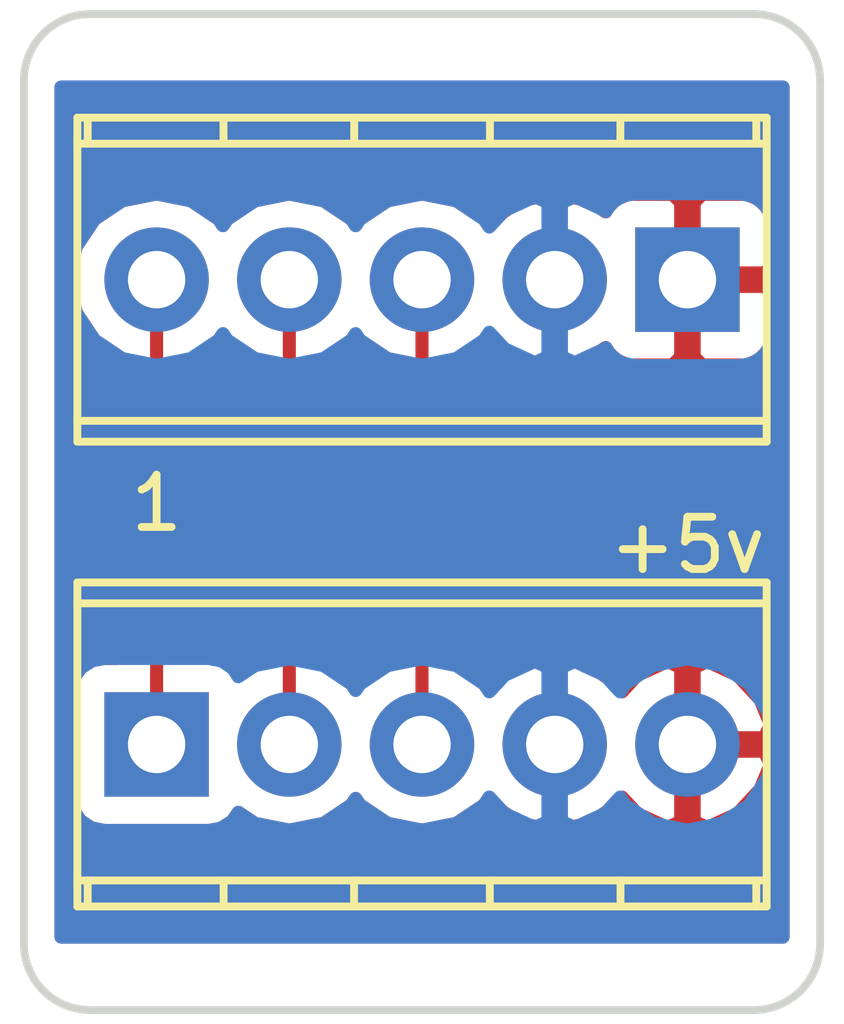
<source format=kicad_pcb>
(kicad_pcb (version 4) (host pcbnew 4.0.6)

  (general
    (links 5)
    (no_connects 0)
    (area 145.974999 91.364999 161.365001 110.565001)
    (thickness 1.6)
    (drawings 10)
    (tracks 5)
    (zones 0)
    (modules 2)
    (nets 6)
  )

  (page A4)
  (layers
    (0 F.Cu signal)
    (31 B.Cu signal)
    (32 B.Adhes user)
    (33 F.Adhes user)
    (34 B.Paste user)
    (35 F.Paste user)
    (36 B.SilkS user)
    (37 F.SilkS user)
    (38 B.Mask user)
    (39 F.Mask user)
    (40 Dwgs.User user)
    (41 Cmts.User user)
    (42 Eco1.User user)
    (43 Eco2.User user)
    (44 Edge.Cuts user)
    (45 Margin user)
    (46 B.CrtYd user)
    (47 F.CrtYd user)
    (48 B.Fab user)
    (49 F.Fab user)
  )

  (setup
    (last_trace_width 0.25)
    (trace_clearance 0.2)
    (zone_clearance 0.508)
    (zone_45_only no)
    (trace_min 0.2)
    (segment_width 0.2)
    (edge_width 0.15)
    (via_size 0.6)
    (via_drill 0.4)
    (via_min_size 0.4)
    (via_min_drill 0.3)
    (uvia_size 0.3)
    (uvia_drill 0.1)
    (uvias_allowed no)
    (uvia_min_size 0.2)
    (uvia_min_drill 0.1)
    (pcb_text_width 0.3)
    (pcb_text_size 1.5 1.5)
    (mod_edge_width 0.15)
    (mod_text_size 1 1)
    (mod_text_width 0.15)
    (pad_size 1.524 1.524)
    (pad_drill 0.762)
    (pad_to_mask_clearance 0.2)
    (aux_axis_origin 0 0)
    (visible_elements FFFFFF7F)
    (pcbplotparams
      (layerselection 0x00030_80000001)
      (usegerberextensions false)
      (excludeedgelayer true)
      (linewidth 0.100000)
      (plotframeref false)
      (viasonmask false)
      (mode 1)
      (useauxorigin false)
      (hpglpennumber 1)
      (hpglpenspeed 20)
      (hpglpendiameter 15)
      (hpglpenoverlay 2)
      (psnegative false)
      (psa4output false)
      (plotreference true)
      (plotvalue true)
      (plotinvisibletext false)
      (padsonsilk false)
      (subtractmaskfromsilk false)
      (outputformat 1)
      (mirror false)
      (drillshape 1)
      (scaleselection 1)
      (outputdirectory ""))
  )

  (net 0 "")
  (net 1 "Net-(J1-Pad4)")
  (net 2 "Net-(J1-Pad1)")
  (net 3 "Net-(J1-Pad2)")
  (net 4 "Net-(J1-Pad3)")
  (net 5 "Net-(J1-Pad5)")

  (net_class Default "This is the default net class."
    (clearance 0.2)
    (trace_width 0.25)
    (via_dia 0.6)
    (via_drill 0.4)
    (uvia_dia 0.3)
    (uvia_drill 0.1)
    (add_net "Net-(J1-Pad1)")
    (add_net "Net-(J1-Pad2)")
    (add_net "Net-(J1-Pad3)")
    (add_net "Net-(J1-Pad4)")
    (add_net "Net-(J1-Pad5)")
  )

  (module Connectors_Terminal_Blocks:TerminalBlock_Pheonix_MPT-2.54mm_5pol (layer F.Cu) (tedit 596D4A81) (tstamp 596D499D)
    (at 158.75 96.52 180)
    (descr "5-way 2.54mm pitch terminal block, Phoenix MPT series")
    (path /596D4768)
    (fp_text reference J1 (at 5.08 -4.50088 180) (layer F.SilkS) hide
      (effects (font (size 1 1) (thickness 0.15)))
    )
    (fp_text value Screw_Terminal_1x05 (at 5.08 4.50088 180) (layer F.Fab)
      (effects (font (size 1 1) (thickness 0.15)))
    )
    (fp_line (start -1.778 -3.302) (end 11.938 -3.302) (layer F.CrtYd) (width 0.05))
    (fp_line (start -1.778 3.302) (end -1.778 -3.302) (layer F.CrtYd) (width 0.05))
    (fp_line (start 11.938 3.302) (end -1.778 3.302) (layer F.CrtYd) (width 0.05))
    (fp_line (start 11.938 -3.302) (end 11.938 3.302) (layer F.CrtYd) (width 0.05))
    (fp_line (start 8.87984 2.60096) (end 8.87984 3.0988) (layer F.SilkS) (width 0.15))
    (fp_line (start 11.67892 3.0988) (end -1.51892 3.0988) (layer F.SilkS) (width 0.15))
    (fp_line (start -1.51892 2.60096) (end 11.67892 2.60096) (layer F.SilkS) (width 0.15))
    (fp_line (start -1.51892 -2.70002) (end 11.67892 -2.70002) (layer F.SilkS) (width 0.15))
    (fp_line (start 11.67892 -3.0988) (end -1.51892 -3.0988) (layer F.SilkS) (width 0.15))
    (fp_line (start 6.37794 2.60096) (end 6.37794 3.0988) (layer F.SilkS) (width 0.15))
    (fp_line (start 3.77952 2.60096) (end 3.77952 3.0988) (layer F.SilkS) (width 0.15))
    (fp_line (start -1.31826 3.0988) (end -1.31826 2.60096) (layer F.SilkS) (width 0.15))
    (fp_line (start 11.47826 2.60096) (end 11.47826 3.0988) (layer F.SilkS) (width 0.15))
    (fp_line (start 1.2827 3.0988) (end 1.2827 2.60096) (layer F.SilkS) (width 0.15))
    (fp_line (start 11.67638 3.0988) (end 11.67638 -3.0988) (layer F.SilkS) (width 0.15))
    (fp_line (start -1.51638 -3.0988) (end -1.51638 3.0988) (layer F.SilkS) (width 0.15))
    (pad 4 thru_hole oval (at 7.62 0) (size 1.99898 1.99898) (drill 1.09728) (layers *.Cu *.Mask)
      (net 1 "Net-(J1-Pad4)"))
    (pad 1 thru_hole rect (at 0 0) (size 1.99898 1.99898) (drill 1.09728) (layers *.Cu *.Mask)
      (net 2 "Net-(J1-Pad1)"))
    (pad 2 thru_hole oval (at 2.54 0) (size 1.99898 1.99898) (drill 1.09728) (layers *.Cu *.Mask)
      (net 3 "Net-(J1-Pad2)"))
    (pad 3 thru_hole oval (at 5.08 0) (size 1.99898 1.99898) (drill 1.09728) (layers *.Cu *.Mask)
      (net 4 "Net-(J1-Pad3)"))
    (pad 5 thru_hole oval (at 10.16 0) (size 1.99898 1.99898) (drill 1.09728) (layers *.Cu *.Mask)
      (net 5 "Net-(J1-Pad5)"))
    (model Terminal_Blocks.3dshapes/TerminalBlock_Pheonix_MPT-2.54mm_5pol.wrl
      (at (xyz 0.2 0 0))
      (scale (xyz 1 1 1))
      (rotate (xyz 0 0 0))
    )
  )

  (module Connectors_Terminal_Blocks:TerminalBlock_Pheonix_MPT-2.54mm_5pol (layer F.Cu) (tedit 596D4A87) (tstamp 596D49A6)
    (at 148.59 105.41)
    (descr "5-way 2.54mm pitch terminal block, Phoenix MPT series")
    (path /596D47C7)
    (fp_text reference J2 (at 5.08 -4.50088) (layer F.SilkS) hide
      (effects (font (size 1 1) (thickness 0.15)))
    )
    (fp_text value Screw_Terminal_1x05 (at 5.08 4.50088) (layer F.Fab)
      (effects (font (size 1 1) (thickness 0.15)))
    )
    (fp_line (start -1.778 -3.302) (end 11.938 -3.302) (layer F.CrtYd) (width 0.05))
    (fp_line (start -1.778 3.302) (end -1.778 -3.302) (layer F.CrtYd) (width 0.05))
    (fp_line (start 11.938 3.302) (end -1.778 3.302) (layer F.CrtYd) (width 0.05))
    (fp_line (start 11.938 -3.302) (end 11.938 3.302) (layer F.CrtYd) (width 0.05))
    (fp_line (start 8.87984 2.60096) (end 8.87984 3.0988) (layer F.SilkS) (width 0.15))
    (fp_line (start 11.67892 3.0988) (end -1.51892 3.0988) (layer F.SilkS) (width 0.15))
    (fp_line (start -1.51892 2.60096) (end 11.67892 2.60096) (layer F.SilkS) (width 0.15))
    (fp_line (start -1.51892 -2.70002) (end 11.67892 -2.70002) (layer F.SilkS) (width 0.15))
    (fp_line (start 11.67892 -3.0988) (end -1.51892 -3.0988) (layer F.SilkS) (width 0.15))
    (fp_line (start 6.37794 2.60096) (end 6.37794 3.0988) (layer F.SilkS) (width 0.15))
    (fp_line (start 3.77952 2.60096) (end 3.77952 3.0988) (layer F.SilkS) (width 0.15))
    (fp_line (start -1.31826 3.0988) (end -1.31826 2.60096) (layer F.SilkS) (width 0.15))
    (fp_line (start 11.47826 2.60096) (end 11.47826 3.0988) (layer F.SilkS) (width 0.15))
    (fp_line (start 1.2827 3.0988) (end 1.2827 2.60096) (layer F.SilkS) (width 0.15))
    (fp_line (start 11.67638 3.0988) (end 11.67638 -3.0988) (layer F.SilkS) (width 0.15))
    (fp_line (start -1.51638 -3.0988) (end -1.51638 3.0988) (layer F.SilkS) (width 0.15))
    (pad 4 thru_hole oval (at 7.62 0 180) (size 1.99898 1.99898) (drill 1.09728) (layers *.Cu *.Mask)
      (net 3 "Net-(J1-Pad2)"))
    (pad 1 thru_hole rect (at 0 0 180) (size 1.99898 1.99898) (drill 1.09728) (layers *.Cu *.Mask)
      (net 5 "Net-(J1-Pad5)"))
    (pad 2 thru_hole oval (at 2.54 0 180) (size 1.99898 1.99898) (drill 1.09728) (layers *.Cu *.Mask)
      (net 1 "Net-(J1-Pad4)"))
    (pad 3 thru_hole oval (at 5.08 0 180) (size 1.99898 1.99898) (drill 1.09728) (layers *.Cu *.Mask)
      (net 4 "Net-(J1-Pad3)"))
    (pad 5 thru_hole oval (at 10.16 0 180) (size 1.99898 1.99898) (drill 1.09728) (layers *.Cu *.Mask)
      (net 2 "Net-(J1-Pad1)"))
    (model Terminal_Blocks.3dshapes/TerminalBlock_Pheonix_MPT-2.54mm_5pol.wrl
      (at (xyz 0.2 0 0))
      (scale (xyz 1 1 1))
      (rotate (xyz 0 0 0))
    )
  )

  (gr_text +5v (at 158.75 101.6) (layer F.SilkS)
    (effects (font (size 1 1) (thickness 0.15)))
  )
  (gr_text "1\n\n" (at 148.59 101.6) (layer F.SilkS)
    (effects (font (size 1 1) (thickness 0.15)))
  )
  (gr_line (start 147.32 110.49) (end 160.02 110.49) (angle 90) (layer Edge.Cuts) (width 0.15))
  (gr_line (start 146.05 92.71) (end 146.05 109.22) (angle 90) (layer Edge.Cuts) (width 0.15))
  (gr_line (start 160.02 91.44) (end 147.32 91.44) (angle 90) (layer Edge.Cuts) (width 0.15))
  (gr_line (start 161.29 109.22) (end 161.29 92.71) (angle 90) (layer Edge.Cuts) (width 0.15))
  (gr_arc (start 147.32 109.22) (end 147.32 110.49) (angle 90) (layer Edge.Cuts) (width 0.15))
  (gr_arc (start 147.32 92.71) (end 146.05 92.71) (angle 90) (layer Edge.Cuts) (width 0.15))
  (gr_arc (start 160.02 92.71) (end 160.02 91.44) (angle 90) (layer Edge.Cuts) (width 0.15))
  (gr_arc (start 160.02 109.22) (end 161.29 109.22) (angle 90) (layer Edge.Cuts) (width 0.15))

  (segment (start 151.13 105.41) (end 151.13 96.52) (width 0.25) (layer F.Cu) (net 1) (status C00000))
  (segment (start 158.75 105.41) (end 158.75 96.52) (width 0.25) (layer F.Cu) (net 2) (status C00000))
  (segment (start 156.21 105.41) (end 156.21 96.52) (width 0.25) (layer F.Cu) (net 3) (status C00000))
  (segment (start 153.67 105.41) (end 153.67 96.52) (width 0.25) (layer F.Cu) (net 4) (status C00000))
  (segment (start 148.59 105.41) (end 148.59 96.52) (width 0.25) (layer F.Cu) (net 5) (status C00000))

  (zone (net 2) (net_name "Net-(J1-Pad1)") (layer F.Cu) (tstamp 596D4A1F) (hatch edge 0.508)
    (connect_pads (clearance 0.508))
    (min_thickness 0.254)
    (fill yes (arc_segments 16) (thermal_gap 0.508) (thermal_bridge_width 0.508))
    (polygon
      (pts
        (xy 146.05 92.71) (xy 161.29 92.71) (xy 161.29 109.22) (xy 146.05 109.22)
      )
    )
    (filled_polygon
      (pts
        (xy 160.58 109.093) (xy 146.76 109.093) (xy 146.76 96.52) (xy 146.923488 96.52) (xy 147.047906 97.145492)
        (xy 147.402219 97.675759) (xy 147.83 97.961593) (xy 147.83 103.76307) (xy 147.59051 103.76307) (xy 147.355193 103.807348)
        (xy 147.139069 103.94642) (xy 146.994079 104.15862) (xy 146.94307 104.41051) (xy 146.94307 106.40949) (xy 146.987348 106.644807)
        (xy 147.12642 106.860931) (xy 147.33862 107.005921) (xy 147.59051 107.05693) (xy 149.58949 107.05693) (xy 149.824807 107.012652)
        (xy 150.040931 106.87358) (xy 150.15439 106.707527) (xy 150.472486 106.920072) (xy 151.097978 107.04449) (xy 151.162022 107.04449)
        (xy 151.787514 106.920072) (xy 152.317781 106.565759) (xy 152.4 106.44271) (xy 152.482219 106.565759) (xy 153.012486 106.920072)
        (xy 153.637978 107.04449) (xy 153.702022 107.04449) (xy 154.327514 106.920072) (xy 154.857781 106.565759) (xy 154.94 106.44271)
        (xy 155.022219 106.565759) (xy 155.552486 106.920072) (xy 156.177978 107.04449) (xy 156.242022 107.04449) (xy 156.867514 106.920072)
        (xy 157.397781 106.565759) (xy 157.497379 106.4167) (xy 157.790274 106.733068) (xy 158.369645 106.999627) (xy 158.623 106.880807)
        (xy 158.623 105.537) (xy 158.877 105.537) (xy 158.877 106.880807) (xy 159.130355 106.999627) (xy 159.709726 106.733068)
        (xy 160.142987 106.265084) (xy 160.339619 105.790354) (xy 160.220265 105.537) (xy 158.877 105.537) (xy 158.623 105.537)
        (xy 158.603 105.537) (xy 158.603 105.283) (xy 158.623 105.283) (xy 158.623 103.939193) (xy 158.877 103.939193)
        (xy 158.877 105.283) (xy 160.220265 105.283) (xy 160.339619 105.029646) (xy 160.142987 104.554916) (xy 159.709726 104.086932)
        (xy 159.130355 103.820373) (xy 158.877 103.939193) (xy 158.623 103.939193) (xy 158.369645 103.820373) (xy 157.790274 104.086932)
        (xy 157.497379 104.4033) (xy 157.397781 104.254241) (xy 156.97 103.968407) (xy 156.97 97.961593) (xy 157.186418 97.816987)
        (xy 157.212183 97.879189) (xy 157.390812 98.057817) (xy 157.624201 98.15449) (xy 158.46425 98.15449) (xy 158.623 97.99574)
        (xy 158.623 96.647) (xy 158.877 96.647) (xy 158.877 97.99574) (xy 159.03575 98.15449) (xy 159.875799 98.15449)
        (xy 160.109188 98.057817) (xy 160.287817 97.879189) (xy 160.38449 97.6458) (xy 160.38449 96.80575) (xy 160.22574 96.647)
        (xy 158.877 96.647) (xy 158.623 96.647) (xy 158.603 96.647) (xy 158.603 96.393) (xy 158.623 96.393)
        (xy 158.623 95.04426) (xy 158.877 95.04426) (xy 158.877 96.393) (xy 160.22574 96.393) (xy 160.38449 96.23425)
        (xy 160.38449 95.3942) (xy 160.287817 95.160811) (xy 160.109188 94.982183) (xy 159.875799 94.88551) (xy 159.03575 94.88551)
        (xy 158.877 95.04426) (xy 158.623 95.04426) (xy 158.46425 94.88551) (xy 157.624201 94.88551) (xy 157.390812 94.982183)
        (xy 157.212183 95.160811) (xy 157.186418 95.223013) (xy 156.867514 95.009928) (xy 156.242022 94.88551) (xy 156.177978 94.88551)
        (xy 155.552486 95.009928) (xy 155.022219 95.364241) (xy 154.94 95.48729) (xy 154.857781 95.364241) (xy 154.327514 95.009928)
        (xy 153.702022 94.88551) (xy 153.637978 94.88551) (xy 153.012486 95.009928) (xy 152.482219 95.364241) (xy 152.4 95.48729)
        (xy 152.317781 95.364241) (xy 151.787514 95.009928) (xy 151.162022 94.88551) (xy 151.097978 94.88551) (xy 150.472486 95.009928)
        (xy 149.942219 95.364241) (xy 149.86 95.48729) (xy 149.777781 95.364241) (xy 149.247514 95.009928) (xy 148.622022 94.88551)
        (xy 148.557978 94.88551) (xy 147.932486 95.009928) (xy 147.402219 95.364241) (xy 147.047906 95.894508) (xy 146.923488 96.52)
        (xy 146.76 96.52) (xy 146.76 92.837) (xy 160.58 92.837)
      )
    )
  )
  (zone (net 3) (net_name "Net-(J1-Pad2)") (layer B.Cu) (tstamp 596D4A1F) (hatch edge 0.508)
    (connect_pads (clearance 0.508))
    (min_thickness 0.254)
    (fill yes (arc_segments 16) (thermal_gap 0.508) (thermal_bridge_width 0.508))
    (polygon
      (pts
        (xy 146.05 92.71) (xy 161.29 92.71) (xy 161.29 109.22) (xy 146.05 109.22)
      )
    )
    (filled_polygon
      (pts
        (xy 160.58 109.093) (xy 146.76 109.093) (xy 146.76 104.41051) (xy 146.94307 104.41051) (xy 146.94307 106.40949)
        (xy 146.987348 106.644807) (xy 147.12642 106.860931) (xy 147.33862 107.005921) (xy 147.59051 107.05693) (xy 149.58949 107.05693)
        (xy 149.824807 107.012652) (xy 150.040931 106.87358) (xy 150.15439 106.707527) (xy 150.472486 106.920072) (xy 151.097978 107.04449)
        (xy 151.162022 107.04449) (xy 151.787514 106.920072) (xy 152.317781 106.565759) (xy 152.4 106.44271) (xy 152.482219 106.565759)
        (xy 153.012486 106.920072) (xy 153.637978 107.04449) (xy 153.702022 107.04449) (xy 154.327514 106.920072) (xy 154.857781 106.565759)
        (xy 154.957379 106.4167) (xy 155.250274 106.733068) (xy 155.829645 106.999627) (xy 156.083 106.880807) (xy 156.083 105.537)
        (xy 156.063 105.537) (xy 156.063 105.283) (xy 156.083 105.283) (xy 156.083 103.939193) (xy 156.337 103.939193)
        (xy 156.337 105.283) (xy 156.357 105.283) (xy 156.357 105.537) (xy 156.337 105.537) (xy 156.337 106.880807)
        (xy 156.590355 106.999627) (xy 157.169726 106.733068) (xy 157.462621 106.4167) (xy 157.562219 106.565759) (xy 158.092486 106.920072)
        (xy 158.717978 107.04449) (xy 158.782022 107.04449) (xy 159.407514 106.920072) (xy 159.937781 106.565759) (xy 160.292094 106.035492)
        (xy 160.416512 105.41) (xy 160.292094 104.784508) (xy 159.937781 104.254241) (xy 159.407514 103.899928) (xy 158.782022 103.77551)
        (xy 158.717978 103.77551) (xy 158.092486 103.899928) (xy 157.562219 104.254241) (xy 157.462621 104.4033) (xy 157.169726 104.086932)
        (xy 156.590355 103.820373) (xy 156.337 103.939193) (xy 156.083 103.939193) (xy 155.829645 103.820373) (xy 155.250274 104.086932)
        (xy 154.957379 104.4033) (xy 154.857781 104.254241) (xy 154.327514 103.899928) (xy 153.702022 103.77551) (xy 153.637978 103.77551)
        (xy 153.012486 103.899928) (xy 152.482219 104.254241) (xy 152.4 104.37729) (xy 152.317781 104.254241) (xy 151.787514 103.899928)
        (xy 151.162022 103.77551) (xy 151.097978 103.77551) (xy 150.472486 103.899928) (xy 150.152923 104.113453) (xy 150.05358 103.959069)
        (xy 149.84138 103.814079) (xy 149.58949 103.76307) (xy 147.59051 103.76307) (xy 147.355193 103.807348) (xy 147.139069 103.94642)
        (xy 146.994079 104.15862) (xy 146.94307 104.41051) (xy 146.76 104.41051) (xy 146.76 96.52) (xy 146.923488 96.52)
        (xy 147.047906 97.145492) (xy 147.402219 97.675759) (xy 147.932486 98.030072) (xy 148.557978 98.15449) (xy 148.622022 98.15449)
        (xy 149.247514 98.030072) (xy 149.777781 97.675759) (xy 149.86 97.55271) (xy 149.942219 97.675759) (xy 150.472486 98.030072)
        (xy 151.097978 98.15449) (xy 151.162022 98.15449) (xy 151.787514 98.030072) (xy 152.317781 97.675759) (xy 152.4 97.55271)
        (xy 152.482219 97.675759) (xy 153.012486 98.030072) (xy 153.637978 98.15449) (xy 153.702022 98.15449) (xy 154.327514 98.030072)
        (xy 154.857781 97.675759) (xy 154.957379 97.5267) (xy 155.250274 97.843068) (xy 155.829645 98.109627) (xy 156.083 97.990807)
        (xy 156.083 96.647) (xy 156.063 96.647) (xy 156.063 96.393) (xy 156.083 96.393) (xy 156.083 95.049193)
        (xy 156.337 95.049193) (xy 156.337 96.393) (xy 156.357 96.393) (xy 156.357 96.647) (xy 156.337 96.647)
        (xy 156.337 97.990807) (xy 156.590355 98.109627) (xy 157.169726 97.843068) (xy 157.19003 97.821137) (xy 157.28642 97.970931)
        (xy 157.49862 98.115921) (xy 157.75051 98.16693) (xy 159.74949 98.16693) (xy 159.984807 98.122652) (xy 160.200931 97.98358)
        (xy 160.345921 97.77138) (xy 160.39693 97.51949) (xy 160.39693 95.52051) (xy 160.352652 95.285193) (xy 160.21358 95.069069)
        (xy 160.00138 94.924079) (xy 159.74949 94.87307) (xy 157.75051 94.87307) (xy 157.515193 94.917348) (xy 157.299069 95.05642)
        (xy 157.188906 95.217649) (xy 157.169726 95.196932) (xy 156.590355 94.930373) (xy 156.337 95.049193) (xy 156.083 95.049193)
        (xy 155.829645 94.930373) (xy 155.250274 95.196932) (xy 154.957379 95.5133) (xy 154.857781 95.364241) (xy 154.327514 95.009928)
        (xy 153.702022 94.88551) (xy 153.637978 94.88551) (xy 153.012486 95.009928) (xy 152.482219 95.364241) (xy 152.4 95.48729)
        (xy 152.317781 95.364241) (xy 151.787514 95.009928) (xy 151.162022 94.88551) (xy 151.097978 94.88551) (xy 150.472486 95.009928)
        (xy 149.942219 95.364241) (xy 149.86 95.48729) (xy 149.777781 95.364241) (xy 149.247514 95.009928) (xy 148.622022 94.88551)
        (xy 148.557978 94.88551) (xy 147.932486 95.009928) (xy 147.402219 95.364241) (xy 147.047906 95.894508) (xy 146.923488 96.52)
        (xy 146.76 96.52) (xy 146.76 92.837) (xy 160.58 92.837)
      )
    )
  )
)

</source>
